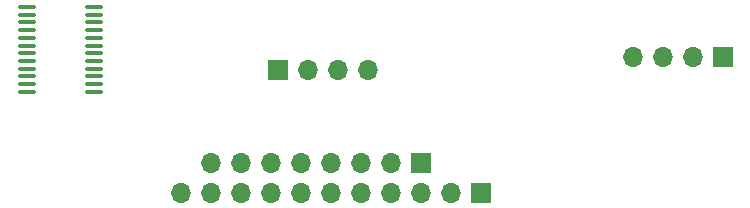
<source format=gbs>
%TF.GenerationSoftware,KiCad,Pcbnew,8.0.7*%
%TF.CreationDate,2025-12-01T14:19:42-05:00*%
%TF.ProjectId,Reflectance_Adapter,5265666c-6563-4746-916e-63655f416461,rev?*%
%TF.SameCoordinates,Original*%
%TF.FileFunction,Soldermask,Bot*%
%TF.FilePolarity,Negative*%
%FSLAX46Y46*%
G04 Gerber Fmt 4.6, Leading zero omitted, Abs format (unit mm)*
G04 Created by KiCad (PCBNEW 8.0.7) date 2025-12-01 14:19:42*
%MOMM*%
%LPD*%
G01*
G04 APERTURE LIST*
G04 Aperture macros list*
%AMRoundRect*
0 Rectangle with rounded corners*
0 $1 Rounding radius*
0 $2 $3 $4 $5 $6 $7 $8 $9 X,Y pos of 4 corners*
0 Add a 4 corners polygon primitive as box body*
4,1,4,$2,$3,$4,$5,$6,$7,$8,$9,$2,$3,0*
0 Add four circle primitives for the rounded corners*
1,1,$1+$1,$2,$3*
1,1,$1+$1,$4,$5*
1,1,$1+$1,$6,$7*
1,1,$1+$1,$8,$9*
0 Add four rect primitives between the rounded corners*
20,1,$1+$1,$2,$3,$4,$5,0*
20,1,$1+$1,$4,$5,$6,$7,0*
20,1,$1+$1,$6,$7,$8,$9,0*
20,1,$1+$1,$8,$9,$2,$3,0*%
G04 Aperture macros list end*
%ADD10R,1.700000X1.700000*%
%ADD11O,1.700000X1.700000*%
%ADD12RoundRect,0.100000X0.637500X0.100000X-0.637500X0.100000X-0.637500X-0.100000X0.637500X-0.100000X0*%
G04 APERTURE END LIST*
D10*
%TO.C,J1*%
X166700000Y-96000000D03*
D11*
X164160000Y-96000000D03*
X161620000Y-96000000D03*
X159080000Y-96000000D03*
%TD*%
D10*
%TO.C,J4*%
X129100000Y-97100000D03*
D11*
X131640000Y-97100000D03*
X134180000Y-97100000D03*
X136720000Y-97100000D03*
%TD*%
D10*
%TO.C,J2*%
X141154000Y-104959999D03*
D11*
X138614000Y-104959999D03*
X136074000Y-104959999D03*
X133534000Y-104959999D03*
X130994000Y-104959999D03*
X128454000Y-104959999D03*
X125914000Y-104959999D03*
X123374000Y-104959999D03*
%TD*%
D10*
%TO.C,J3*%
X146242262Y-107537642D03*
D11*
X143702262Y-107537642D03*
X141162262Y-107537642D03*
X138622262Y-107537642D03*
X136082262Y-107537642D03*
X133542262Y-107537642D03*
X131002262Y-107537642D03*
X128462262Y-107537642D03*
X125922262Y-107537642D03*
X123382262Y-107537642D03*
X120842262Y-107537642D03*
%TD*%
D12*
%TO.C,U1*%
X113500000Y-91800000D03*
X113500000Y-92450000D03*
X113500000Y-93100000D03*
X113500000Y-93750000D03*
X113500000Y-94400000D03*
X113500000Y-95050000D03*
X113500000Y-95700000D03*
X113500000Y-96350000D03*
X113500000Y-97000000D03*
X113500000Y-97650000D03*
X113500000Y-98300000D03*
X113500000Y-98950000D03*
X107775000Y-98950000D03*
X107775000Y-98300000D03*
X107775000Y-97650000D03*
X107775000Y-97000000D03*
X107775000Y-96350000D03*
X107775000Y-95700000D03*
X107775000Y-95050000D03*
X107775000Y-94400000D03*
X107775000Y-93750000D03*
X107775000Y-93100000D03*
X107775000Y-92450000D03*
X107775000Y-91800000D03*
%TD*%
M02*

</source>
